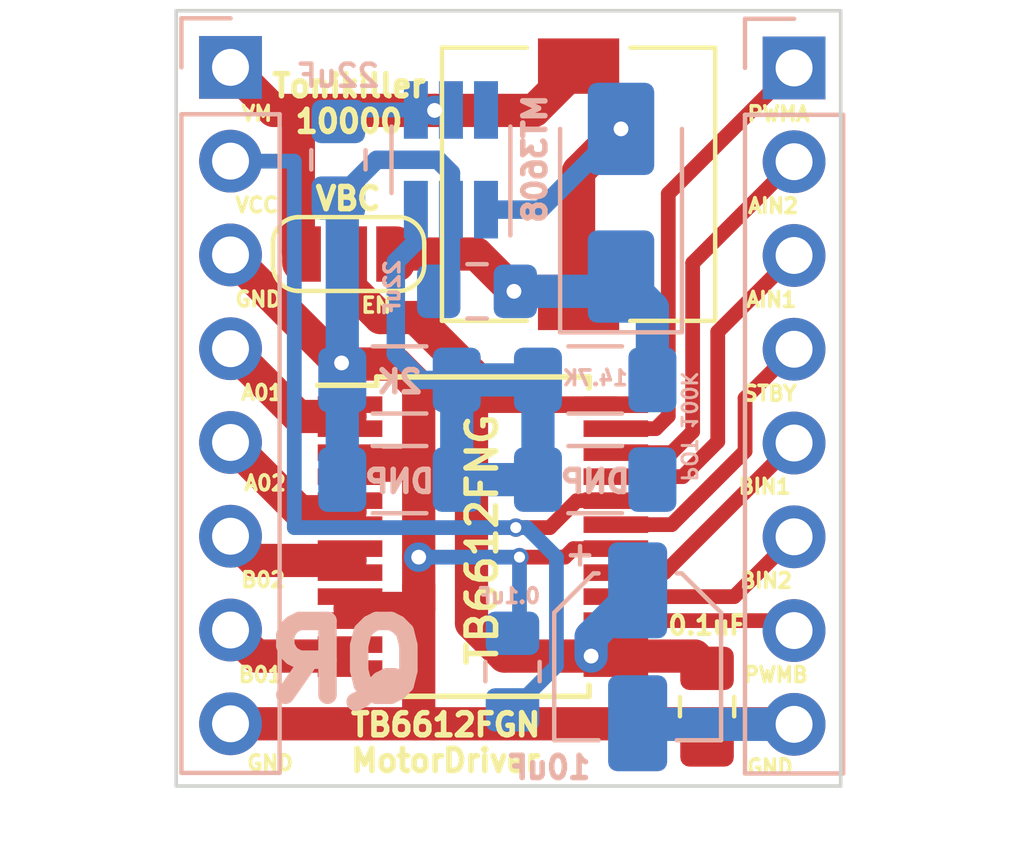
<source format=kicad_pcb>
(kicad_pcb (version 20221018) (generator pcbnew)
  (layers (0 "F.Cu" signal) (31 "B.Cu" signal) (34 "B.Paste" user) (35 "F.Paste" user) (36 "B.SilkS" user "B.Silkscreen") (37 "F.SilkS" user "F.Silkscreen") (38 "B.Mask" user) (39 "F.Mask" user) (44 "Edge.Cuts" user))
  (net 0 "")
  (net 1 "/VM1")
  (net 2 "GND")
  (net 3 "/VM2")
  (net 4 "Net-(JP1-C)")
  (net 5 "/VCC")
  (net 6 "Net-(D1-A)")
  (net 7 "/A01")
  (net 8 "/A02")
  (net 9 "/B02")
  (net 10 "/B01")
  (net 11 "/PWMA")
  (net 12 "/AIN2")
  (net 13 "/AIN1")
  (net 14 "/STBY")
  (net 15 "/BIN1")
  (net 16 "/BIN2")
  (net 17 "/PWMB")
  (net 18 "Net-(U1-FB)")
  (footprint "Package_SO:SSOP-24_5.3x8.2mm_P0.65mm" (layer "F.Cu") (at 54.41 62.645)
    (fp_text reference "U2" hide)
    (fp_text value "TB6612FNG" (at -0.02 0.08 90) (layer "F.SilkS") (effects (font (size 0.8 0.8))))
    (fp_line (start -2.875 -4.325) (end -2.875 -4.1) (stroke (width 0.15)) (layer "F.SilkS"))
    (fp_line (start -2.875 -4.325) (end 2.875 -4.325) (stroke (width 0.15)) (layer "F.SilkS"))
    (fp_line (start -2.875 -4.1) (end -4.475 -4.1) (stroke (width 0.15)) (layer "F.SilkS"))
    (fp_line (start -2.875 4.325) (end -2.875 4.025) (stroke (width 0.15)) (layer "F.SilkS"))
    (fp_line (start -2.875 4.325) (end 2.875 4.325) (stroke (width 0.15)) (layer "F.SilkS"))
    (fp_line (start 2.875 -4.325) (end 2.875 -4.025) (stroke (width 0.15)) (layer "F.SilkS"))
    (fp_line (start 2.875 4.325) (end 2.875 4.025) (stroke (width 0.15)) (layer "F.SilkS"))
    (pad "1" smd rect (at -3.6 -3.575) (size 1.75 0.45) (layers "F.Cu" "F.Paste" "F.Mask") (net 7 "/A01"))
    (pad "2" smd rect (at -3.6 -2.925) (size 1.75 0.45) (layers "F.Cu" "F.Paste" "F.Mask") (net 7 "/A01"))
    (pad "3" smd rect (at -3.6 -2.275) (size 1.75 0.45) (layers "F.Cu" "F.Paste" "F.Mask") (net 2 "GND"))
    (pad "4" smd rect (at -3.6 -1.625) (size 1.75 0.45) (layers "F.Cu" "F.Paste" "F.Mask") (net 2 "GND"))
    (pad "5" smd rect (at -3.6 -0.975) (size 1.75 0.45) (layers "F.Cu" "F.Paste" "F.Mask") (net 8 "/A02"))
    (pad "6" smd rect (at -3.6 -0.325) (size 1.75 0.45) (layers "F.Cu" "F.Paste" "F.Mask") (net 8 "/A02"))
    (pad "7" smd rect (at -3.6 0.325) (size 1.75 0.45) (layers "F.Cu" "F.Paste" "F.Mask") (net 9 "/B02"))
    (pad "8" smd rect (at -3.6 0.975) (size 1.75 0.45) (layers "F.Cu" "F.Paste" "F.Mask") (net 9 "/B02"))
    (pad "9" smd rect (at -3.6 1.625) (size 1.75 0.45) (layers "F.Cu" "F.Paste" "F.Mask") (net 2 "GND"))
    (pad "10" smd rect (at -3.6 2.275) (size 1.75 0.45) (layers "F.Cu" "F.Paste" "F.Mask") (net 2 "GND"))
    (pad "11" smd rect (at -3.6 2.925) (size 1.75 0.45) (layers "F.Cu" "F.Paste" "F.Mask") (net 10 "/B01"))
    (pad "12" smd rect (at -3.6 3.575) (size 1.75 0.45) (layers "F.Cu" "F.Paste" "F.Mask") (net 10 "/B01"))
    (pad "13" smd rect (at 3.6 3.575) (size 1.75 0.45) (layers "F.Cu" "F.Paste" "F.Mask") (net 4 "Net-(JP1-C)"))
    (pad "14" smd rect (at 3.6 2.925) (size 1.75 0.45) (layers "F.Cu" "F.Paste" "F.Mask") (net 4 "Net-(JP1-C)"))
    (pad "15" smd rect (at 3.6 2.275) (size 1.75 0.45) (layers "F.Cu" "F.Paste" "F.Mask") (net 17 "/PWMB"))
    (pad "16" smd rect (at 3.6 1.625) (size 1.75 0.45) (layers "F.Cu" "F.Paste" "F.Mask") (net 16 "/BIN2"))
    (pad "17" smd rect (at 3.6 0.975) (size 1.75 0.45) (layers "F.Cu" "F.Paste" "F.Mask") (net 15 "/BIN1"))
    (pad "18" smd rect (at 3.6 0.325) (size 1.75 0.45) (layers "F.Cu" "F.Paste" "F.Mask") (net 2 "GND"))
    (pad "19" smd rect (at 3.6 -0.325) (size 1.75 0.45) (layers "F.Cu" "F.Paste" "F.Mask") (net 14 "/STBY"))
    (pad "20" smd rect (at 3.6 -0.975) (size 1.75 0.45) (layers "F.Cu" "F.Paste" "F.Mask") (net 5 "/VCC"))
    (pad "21" smd rect (at 3.6 -1.625) (size 1.75 0.45) (layers "F.Cu" "F.Paste" "F.Mask") (net 13 "/AIN1"))
    (pad "22" smd rect (at 3.6 -2.275) (size 1.75 0.45) (layers "F.Cu" "F.Paste" "F.Mask") (net 12 "/AIN2"))
    (pad "23" smd rect (at 3.6 -2.925) (size 1.75 0.45) (layers "F.Cu" "F.Paste" "F.Mask") (net 11 "/PWMA"))
    (pad "24" smd rect (at 3.6 -3.575) (size 1.75 0.45) (layers "F.Cu" "F.Paste" "F.Mask") (net 4 "Net-(JP1-C)"))
  )
  (footprint "Inductor_SMD:L_7.3x7.3_H4.5" (layer "F.Cu") (at 57 53.1 -90)
    (fp_text reference "L1" hide)
    (fp_text value "22uH")
    (fp_line (start -3.7 -3.7) (end 3.7 -3.7) (stroke (width 0.12)) (layer "F.SilkS"))
    (fp_line (start -3.7 -1.4) (end -3.7 -3.7) (stroke (width 0.12)) (layer "F.SilkS"))
    (fp_line (start -3.7 3.7) (end -3.7 1.4) (stroke (width 0.12)) (layer "F.SilkS"))
    (fp_line (start 3.7 -3.7) (end 3.7 -1.4) (stroke (width 0.12)) (layer "F.SilkS"))
    (fp_line (start 3.7 1.4) (end 3.7 3.7) (stroke (width 0.12)) (layer "F.SilkS"))
    (fp_line (start 3.7 3.7) (end -3.7 3.7) (stroke (width 0.12)) (layer "F.SilkS"))
    (pad "1" smd rect (at -3.2 0 270) (size 1.5 2.2) (layers "F.Cu" "F.Paste" "F.Mask") (net 1 "/VM1"))
    (pad "2" smd rect (at 3.2 0 270) (size 1.5 2.2) (layers "F.Cu" "F.Paste" "F.Mask") (net 6 "Net-(D1-A)"))
  )
  (footprint "Jumper:SolderJumper-3_P1.3mm_Open_RoundedPad1.0x1.5mm_NumberLabels" (layer "F.Cu") (at 50.77 54.99 180)
    (fp_text reference "JP1" hide)
    (fp_text value "VBC" (at 0.01 1.5 180) (layer "F.SilkS") (effects (font (size 0.6 0.6))))
    (fp_text user "EN" (at -0.75 -1.39 180) (layer "F.SilkS") (effects (font (size 0.4 0.4) (thickness 0.1))))
    (fp_line (start -2.05 0.3) (end -2.05 -0.3) (stroke (width 0.12)) (layer "F.SilkS"))
    (fp_line (start -1.4 -1) (end 1.4 -1) (stroke (width 0.12)) (layer "F.SilkS"))
    (fp_line (start 1.4 1) (end -1.4 1) (stroke (width 0.12)) (layer "F.SilkS"))
    (fp_line (start 2.05 -0.3) (end 2.05 0.3) (stroke (width 0.12)) (layer "F.SilkS"))
    (fp_arc (start -2.05 -0.3) (mid -1.844975 -0.794975) (end -1.35 -1) (stroke (width 0.12)) (layer "F.SilkS"))
    (fp_arc (start -1.35 1) (mid -1.844975 0.794975) (end -2.05 0.3) (stroke (width 0.12)) (layer "F.SilkS"))
    (fp_arc (start 1.35 -1) (mid 1.844975 -0.794975) (end 2.05 -0.3) (stroke (width 0.12)) (layer "F.SilkS"))
    (fp_arc (start 2.05 0.3) (mid 1.844975 0.794975) (end 1.35 1) (stroke (width 0.12)) (layer "F.SilkS"))
    (pad "1" smd custom (at -1.3 0 180) (size 1 0.5) (layers "F.Cu" "F.Mask") (net 3 "/VM2") (options (clearance outline) (anchor rect)) (primitives (gr_circle (center 0 0.25) (end 0.5 0.25) (width 0) (fill yes)) (gr_circle (center 0 -0.25) (end 0.5 -0.25) (width 0) (fill yes)) (gr_poly (pts (xy 0.55 0.75) (xy 0 0.75) (xy 0 -0.75) (xy 0.55 -0.75)) (width 0) (fill yes))))
    (pad "2" smd rect (at 0 0 180) (size 1 1.5) (layers "F.Cu" "F.Mask") (net 4 "Net-(JP1-C)"))
    (pad "3" smd custom (at 1.3 0 180) (size 1 0.5) (layers "F.Cu" "F.Mask") (net 1 "/VM1") (options (clearance outline) (anchor rect)) (primitives (gr_circle (center 0 0.25) (end 0.5 0.25) (width 0) (fill yes)) (gr_circle (center 0 -0.25) (end 0.5 -0.25) (width 0) (fill yes)) (gr_poly (pts (xy 0 0.75) (xy -0.55 0.75) (xy -0.55 -0.75) (xy 0 -0.75)) (width 0) (fill yes))))
  )
  (footprint "Capacitor_SMD:C_0805_2012Metric_Pad1.18x1.45mm_HandSolder" (layer "F.Cu") (at 60.48 67.25 -90)
    (fp_text reference "C5" hide)
    (fp_text value "0.1uF" (at -2.2 0) (layer "F.SilkS") (effects (font (size 0.5 0.5) (thickness 0.12) bold)))
    (fp_line (start -0.261252 -0.735) (end 0.261252 -0.735) (stroke (width 0.12)) (layer "F.SilkS"))
    (fp_line (start -0.261252 0.735) (end 0.261252 0.735) (stroke (width 0.12)) (layer "F.SilkS"))
    (pad "1" smd roundrect (at -1.0375 0 270) (size 1.175 1.45) (layers "F.Cu" "F.Paste" "F.Mask") (roundrect_rratio 0.212766) (net 4 "Net-(JP1-C)"))
    (pad "2" smd roundrect (at 1.0375 0 270) (size 1.175 1.45) (layers "F.Cu" "F.Paste" "F.Mask") (roundrect_rratio 0.212766) (net 2 "GND"))
  )
  (footprint "Resistor_SMD:R_1206_3216Metric_Pad1.30x1.75mm_HandSolder" (layer "B.Cu") (at 57.45 61.1 180)
    (fp_text reference "R4" hide)
    (fp_text value "DNP" (at 0 -0.0508) (layer "B.SilkS") (effects (font (size 0.6 0.6) (thickness 0.15) bold) (justify mirror)))
    (fp_line (start -0.727064 -0.91) (end 0.727064 -0.91) (stroke (width 0.12)) (layer "B.SilkS"))
    (fp_line (start -0.727064 0.91) (end 0.727064 0.91) (stroke (width 0.12)) (layer "B.SilkS"))
    (pad "1" smd roundrect (at -1.55 0 180) (size 1.3 1.75) (layers "B.Cu" "B.Paste" "B.Mask") (roundrect_rratio 0.192308))
    (pad "2" smd roundrect (at 1.55 0 180) (size 1.3 1.75) (layers "B.Cu" "B.Paste" "B.Mask") (roundrect_rratio 0.192308) (net 18 "Net-(U1-FB)"))
  )
  (footprint "Resistor_SMD:R_1206_3216Metric_Pad1.30x1.75mm_HandSolder" (layer "B.Cu") (at 52.15 61.1 180)
    (fp_text reference "R3" hide)
    (fp_text value "DNP" (at 0 -0.0508) (layer "B.SilkS") (effects (font (size 0.6 0.6) (thickness 0.15) bold) (justify mirror)))
    (fp_line (start -0.727064 -0.91) (end 0.727064 -0.91) (stroke (width 0.12)) (layer "B.SilkS"))
    (fp_line (start -0.727064 0.91) (end 0.727064 0.91) (stroke (width 0.12)) (layer "B.SilkS"))
    (pad "1" smd roundrect (at -1.55 0 180) (size 1.3 1.75) (layers "B.Cu" "B.Paste" "B.Mask") (roundrect_rratio 0.192308) (net 18 "Net-(U1-FB)"))
    (pad "2" smd roundrect (at 1.55 0 180) (size 1.3 1.75) (layers "B.Cu" "B.Paste" "B.Mask") (roundrect_rratio 0.192308) (net 2 "GND"))
  )
  (footprint "Capacitor_SMD:C_0805_2012Metric_Pad1.18x1.45mm_HandSolder" (layer "B.Cu") (at 54.25 56 180)
    (fp_text reference "C2" hide)
    (fp_text value "22uF" (at 2.3 0.1 90) (layer "B.SilkS") (effects (font (size 0.4 0.4) (thickness 0.1) bold) (justify mirror)))
    (fp_line (start -0.261252 -0.735) (end 0.261252 -0.735) (stroke (width 0.12)) (layer "B.SilkS"))
    (fp_line (start -0.261252 0.735) (end 0.261252 0.735) (stroke (width 0.12)) (layer "B.SilkS"))
    (pad "1" smd roundrect (at -1.0375 0 180) (size 1.175 1.45) (layers "B.Cu" "B.Paste" "B.Mask") (roundrect_rratio 0.212766) (net 3 "/VM2"))
    (pad "2" smd roundrect (at 1.0375 0 180) (size 1.175 1.45) (layers "B.Cu" "B.Paste" "B.Mask") (roundrect_rratio 0.212766) (net 2 "GND"))
  )
  (footprint "Capacitor_SMD:C_0805_2012Metric_Pad1.18x1.45mm_HandSolder" (layer "B.Cu") (at 55.21 66.3 -90)
    (fp_text reference "C4" hide)
    (fp_text value "0.1uF" (at -2.05 0.09) (layer "B.SilkS") (effects (font (size 0.4 0.4) (thickness 0.1) bold) (justify mirror)))
    (fp_line (start -0.261252 -0.735) (end 0.261252 -0.735) (stroke (width 0.12)) (layer "B.SilkS"))
    (fp_line (start -0.261252 0.735) (end 0.261252 0.735) (stroke (width 0.12)) (layer "B.SilkS"))
    (pad "1" smd roundrect (at -1.0375 0 270) (size 1.175 1.45) (layers "B.Cu" "B.Paste" "B.Mask") (roundrect_rratio 0.212766) (net 2 "GND"))
    (pad "2" smd roundrect (at 1.0375 0 270) (size 1.175 1.45) (layers "B.Cu" "B.Paste" "B.Mask") (roundrect_rratio 0.212766) (net 5 "/VCC"))
  )
  (footprint "Connector_PinSocket_2.54mm:PinSocket_1x08_P2.54mm_Vertical" (layer "B.Cu") (at 47.5724 49.934 180)
    (fp_text reference "J1" hide)
    (fp_text value "Conn_01x08_Pin")
    (fp_line (start -1.33 -19.11) (end 1.33 -19.11) (stroke (width 0.12)) (layer "B.SilkS"))
    (fp_line (start -1.33 -1.27) (end -1.33 -19.11) (stroke (width 0.12)) (layer "B.SilkS"))
    (fp_line (start -1.33 -1.27) (end 1.33 -1.27) (stroke (width 0.12)) (layer "B.SilkS"))
    (fp_line (start 0 1.33) (end 1.33 1.33) (stroke (width 0.12)) (layer "B.SilkS"))
    (fp_line (start 1.33 -1.27) (end 1.33 -19.11) (stroke (width 0.12)) (layer "B.SilkS"))
    (fp_line (start 1.33 1.33) (end 1.33 0) (stroke (width 0.12)) (layer "B.SilkS"))
    (pad "1" thru_hole rect (at 0 0 180) (size 1.7 1.7) (drill 1) (layers "*.Cu" "*.Mask") (net 1 "/VM1"))
    (pad "2" thru_hole oval (at 0 -2.54 180) (size 1.7 1.7) (drill 1) (layers "*.Cu" "*.Mask") (net 5 "/VCC"))
    (pad "3" thru_hole oval (at 0 -5.08 180) (size 1.7 1.7) (drill 1) (layers "*.Cu" "*.Mask") (net 2 "GND"))
    (pad "4" thru_hole oval (at 0 -7.62 180) (size 1.7 1.7) (drill 1) (layers "*.Cu" "*.Mask") (net 7 "/A01"))
    (pad "5" thru_hole oval (at 0 -10.16 180) (size 1.7 1.7) (drill 1) (layers "*.Cu" "*.Mask") (net 8 "/A02"))
    (pad "6" thru_hole oval (at 0 -12.7 180) (size 1.7 1.7) (drill 1) (layers "*.Cu" "*.Mask") (net 9 "/B02"))
    (pad "7" thru_hole oval (at 0 -15.24 180) (size 1.7 1.7) (drill 1) (layers "*.Cu" "*.Mask") (net 10 "/B01"))
    (pad "8" thru_hole oval (at 0 -17.78 180) (size 1.7 1.7) (drill 1) (layers "*.Cu" "*.Mask") (net 2 "GND"))
  )
  (footprint "Diode_SMD:D_SMA" (layer "B.Cu") (at 58.15 53.6 90)
    (fp_text reference "D1" hide)
    (fp_text value "SS34_C183891" hide)
    (fp_line (start -3.51 -1.65) (end 2 -1.65) (stroke (width 0.12)) (layer "B.SilkS"))
    (fp_line (start -3.51 1.65) (end -3.51 -1.65) (stroke (width 0.12)) (layer "B.SilkS"))
    (fp_line (start -3.51 1.65) (end 2 1.65) (stroke (width 0.12)) (layer "B.SilkS"))
    (pad "1" smd roundrect (at -2 0 90) (size 2.5 1.8) (layers "B.Cu" "B.Paste" "B.Mask") (roundrect_rratio 0.1388888889) (net 3 "/VM2"))
    (pad "2" smd roundrect (at 2 0 90) (size 2.5 1.8) (layers "B.Cu" "B.Paste" "B.Mask") (roundrect_rratio 0.1388888889) (net 6 "Net-(D1-A)"))
  )
  (footprint "Capacitor_SMD:CP_Elec_4x5.4" (layer "B.Cu") (at 58.6 65.9 -90)
    (fp_text reference "C3" hide)
    (fp_text value "10uF" (at 3 2.4) (layer "B.SilkS") (effects (font (size 0.6 0.6)) (justify mirror)))
    (fp_line (start -3 1.56) (end -2.5 1.56) (stroke (width 0.12)) (layer "B.SilkS"))
    (fp_line (start -2.75 1.81) (end -2.75 1.31) (stroke (width 0.12)) (layer "B.SilkS"))
    (fp_line (start -2.26 -1.195563) (end -2.26 -1.06) (stroke (width 0.12)) (layer "B.SilkS"))
    (fp_line (start -2.26 -1.195563) (end -1.195563 -2.26) (stroke (width 0.12)) (layer "B.SilkS"))
    (fp_line (start -2.26 1.195563) (end -2.26 1.06) (stroke (width 0.12)) (layer "B.SilkS"))
    (fp_line (start -2.26 1.195563) (end -1.195563 2.26) (stroke (width 0.12)) (layer "B.SilkS"))
    (fp_line (start -1.195563 -2.26) (end 2.26 -2.26) (stroke (width 0.12)) (layer "B.SilkS"))
    (fp_line (start -1.195563 2.26) (end 2.26 2.26) (stroke (width 0.12)) (layer "B.SilkS"))
    (fp_line (start 2.26 -2.26) (end 2.26 -1.06) (stroke (width 0.12)) (layer "B.SilkS"))
    (fp_line (start 2.26 2.26) (end 2.26 1.06) (stroke (width 0.12)) (layer "B.SilkS"))
    (pad "1" smd roundrect (at -1.8 0 270) (size 2.6 1.6) (layers "B.Cu" "B.Paste" "B.Mask") (roundrect_rratio 0.15625) (net 4 "Net-(JP1-C)"))
    (pad "2" smd roundrect (at 1.8 0 270) (size 2.6 1.6) (layers "B.Cu" "B.Paste" "B.Mask") (roundrect_rratio 0.15625) (net 2 "GND"))
  )
  (footprint "Resistor_SMD:R_1206_3216Metric_Pad1.30x1.75mm_HandSolder" (layer "B.Cu") (at 52.15 58.4 180)
    (fp_text reference "R2" hide)
    (fp_text value "2K" (at 0 -0.0508) (layer "B.SilkS") (effects (font (size 0.6 0.6) (thickness 0.15) bold) (justify mirror)))
    (fp_line (start -0.727064 -0.91) (end 0.727064 -0.91) (stroke (width 0.12)) (layer "B.SilkS"))
    (fp_line (start -0.727064 0.91) (end 0.727064 0.91) (stroke (width 0.12)) (layer "B.SilkS"))
    (pad "1" smd roundrect (at -1.55 0 180) (size 1.3 1.75) (layers "B.Cu" "B.Paste" "B.Mask") (roundrect_rratio 0.192308) (net 18 "Net-(U1-FB)"))
    (pad "2" smd roundrect (at 1.55 0 180) (size 1.3 1.75) (layers "B.Cu" "B.Paste" "B.Mask") (roundrect_rratio 0.192308) (net 2 "GND"))
  )
  (footprint "Capacitor_SMD:C_0805_2012Metric_Pad1.18x1.45mm_HandSolder" (layer "B.Cu") (at 50.4948 52.4376 -90)
    (fp_text reference "C1" hide)
    (fp_text value "22uF" (at -2.2776 0.0048 -180) (layer "B.SilkS") (effects (font (size 0.6 0.6) (thickness 0.12) bold) (justify mirror)))
    (fp_line (start -0.261252 -0.735) (end 0.261252 -0.735) (stroke (width 0.12)) (layer "B.SilkS"))
    (fp_line (start -0.261252 0.735) (end 0.261252 0.735) (stroke (width 0.12)) (layer "B.SilkS"))
    (pad "1" smd roundrect (at -1.0375 0 270) (size 1.175 1.45) (layers "B.Cu" "B.Paste" "B.Mask") (roundrect_rratio 0.212766) (net 1 "/VM1"))
    (pad "2" smd roundrect (at 1.0375 0 270) (size 1.175 1.45) (layers "B.Cu" "B.Paste" "B.Mask") (roundrect_rratio 0.212766) (net 2 "GND"))
  )
  (footprint "Package_TO_SOT_SMD:SOT-23-6_Handsoldering" (layer "B.Cu") (at 53.5428 52.4376 90)
    (fp_text reference "U1" hide)
    (fp_text value "MT3608" (at 0.025 2.275 90) (layer "B.SilkS") (effects (font (size 0.6 0.6) (thickness 0.15) bold) (justify mirror)))
    (fp_line (start -0.9 -1.61) (end 0.9 -1.61) (stroke (width 0.12)) (layer "B.SilkS"))
    (fp_line (start 0.9 1.61) (end -2.05 1.61) (stroke (width 0.12)) (layer "B.SilkS"))
    (pad "1" smd rect (at -1.35 0.95 90) (size 1.56 0.65) (layers "B.Cu" "B.Paste" "B.Mask") (net 6 "Net-(D1-A)"))
    (pad "2" smd rect (at -1.35 0 90) (size 1.56 0.65) (layers "B.Cu" "B.Paste" "B.Mask") (net 2 "GND"))
    (pad "3" smd rect (at -1.35 -0.95 90) (size 1.56 0.65) (layers "B.Cu" "B.Paste" "B.Mask") (net 18 "Net-(U1-FB)"))
    (pad "4" smd rect (at 1.35 -0.95 90) (size 1.56 0.65) (layers "B.Cu" "B.Paste" "B.Mask") (net 1 "/VM1"))
    (pad "5" smd rect (at 1.35 0 90) (size 1.56 0.65) (layers "B.Cu" "B.Paste" "B.Mask") (net 1 "/VM1"))
    (pad "6" smd rect (at 1.35 0.95 90) (size 1.56 0.65) (layers "B.Cu" "B.Paste" "B.Mask"))
  )
  (footprint "Resistor_SMD:R_1206_3216Metric_Pad1.30x1.75mm_HandSolder" (layer "B.Cu") (at 57.45 58.4)
    (fp_text reference "R1" hide)
    (fp_text value "14.7K" (at 0 -0.0508) (layer "B.SilkS") (effects (font (size 0.4 0.4) (thickness 0.1) bold) (justify mirror)))
    (fp_line (start -0.727064 -0.91) (end 0.727064 -0.91) (stroke (width 0.12)) (layer "B.SilkS"))
    (fp_line (start -0.727064 0.91) (end 0.727064 0.91) (stroke (width 0.12)) (layer "B.SilkS"))
    (pad "1" smd roundrect (at -1.55 0) (size 1.3 1.75) (layers "B.Cu" "B.Paste" "B.Mask") (roundrect_rratio 0.192308) (net 18 "Net-(U1-FB)"))
    (pad "2" smd roundrect (at 1.55 0) (size 1.3 1.75) (layers "B.Cu" "B.Paste" "B.Mask") (roundrect_rratio 0.192308) (net 3 "/VM2"))
  )
  (footprint "Connector_PinSocket_2.54mm:PinSocket_1x08_P2.54mm_Vertical" (layer "B.Cu") (at 62.8374 49.949 180)
    (fp_text reference "J2" hide)
    (fp_text value "Conn_01x08_Pin")
    (fp_line (start -1.33 -19.11) (end 1.33 -19.11) (stroke (width 0.12)) (layer "B.SilkS"))
    (fp_line (start -1.33 -1.27) (end -1.33 -19.11) (stroke (width 0.12)) (layer "B.SilkS"))
    (fp_line (start -1.33 -1.27) (end 1.33 -1.27) (stroke (width 0.12)) (layer "B.SilkS"))
    (fp_line (start 0 1.33) (end 1.33 1.33) (stroke (width 0.12)) (layer "B.SilkS"))
    (fp_line (start 1.33 -1.27) (end 1.33 -19.11) (stroke (width 0.12)) (layer "B.SilkS"))
    (fp_line (start 1.33 1.33) (end 1.33 0) (stroke (width 0.12)) (layer "B.SilkS"))
    (pad "1" thru_hole rect (at 0 0 180) (size 1.7 1.7) (drill 1) (layers "*.Cu" "*.Mask") (net 11 "/PWMA"))
    (pad "2" thru_hole oval (at 0 -2.54 180) (size 1.7 1.7) (drill 1) (layers "*.Cu" "*.Mask") (net 12 "/AIN2"))
    (pad "3" thru_hole oval (at 0 -5.08 180) (size 1.7 1.7) (drill 1) (layers "*.Cu" "*.Mask") (net 13 "/AIN1"))
    (pad "4" thru_hole oval (at 0 -7.62 180) (size 1.7 1.7) (drill 1) (layers "*.Cu" "*.Mask") (net 14 "/STBY"))
    (pad "5" thru_hole oval (at 0 -10.16 180) (size 1.7 1.7) (drill 1) (layers "*.Cu" "*.Mask") (net 15 "/BIN1"))
    (pad "6" thru_hole oval (at 0 -12.7 180) (size 1.7 1.7) (drill 1) (layers "*.Cu" "*.Mask") (net 16 "/BIN2"))
    (pad "7" thru_hole oval (at 0 -15.24 180) (size 1.7 1.7) (drill 1) (layers "*.Cu" "*.Mask") (net 17 "/PWMB"))
    (pad "8" thru_hole oval (at 0 -17.78 180) (size 1.7 1.7) (drill 1) (layers "*.Cu" "*.Mask") (net 2 "GND"))
  )
  (gr_rect (start 46.1 48.4) (end 64.1 69.4) (stroke (width 0.1)) (fill none) (layer "Edge.Cuts"))
  (gr_text "POT 100K" (at 59.75 61.2 -90) (layer "B.SilkS") (effects (font (size 0.4 0.4) (thickness 0.08) bold) (justify left bottom mirror)))
  (gr_text "QR" (at 53.1 67.2) (layer "B.SilkS") (effects (font (size 2 2) (thickness 0.5) bold) (justify left bottom mirror)))
  (gr_text "STBY\n" (at 61.4 59) (layer "F.SilkS") (effects (font (size 0.4 0.4) (thickness 0.1) bold) (justify left bottom)))
  (gr_text "PWMB\n" (at 61.42 66.62) (layer "F.SilkS") (effects (font (size 0.4 0.4) (thickness 0.1) bold) (justify left bottom)))
  (gr_text "GND" (at 61.51 69.12) (layer "F.SilkS") (effects (font (size 0.4 0.4) (thickness 0.1) bold) (justify left bottom)))
  (gr_text "BIN1" (at 61.28 61.52) (layer "F.SilkS") (effects (font (size 0.4 0.4) (thickness 0.1) bold) (justify left bottom)))
  (gr_text "AIN1" (at 61.49 56.46) (layer "F.SilkS") (effects (font (size 0.4 0.4) (thickness 0.1) bold) (justify left bottom)))
  (gr_text "VM" (at 47.82 51.42) (layer "F.SilkS") (effects (font (size 0.4 0.4) (thickness 0.1) bold) (justify left bottom)))
  (gr_text "VCC" (at 47.65 53.9) (layer "F.SilkS") (effects (font (size 0.4 0.4) (thickness 0.1) bold) (justify left bottom)))
  (gr_text "B02" (at 47.81 64.05) (layer "F.SilkS") (effects (font (size 0.4 0.4) (thickness 0.1) bold) (justify left bottom)))
  (gr_text "PWMA\n" (at 61.52 51.43) (layer "F.SilkS") (effects (font (size 0.4 0.4) (thickness 0.1) bold) (justify left bottom)))
  (gr_text "A02" (at 47.89 61.43) (layer "F.SilkS") (effects (font (size 0.4 0.4) (thickness 0.1) bold) (justify left bottom)))
  (gr_text "GND" (at 47.97 69.01) (layer "F.SilkS") (effects (font (size 0.4 0.4) (thickness 0.1) bold) (justify left bottom)))
  (gr_text "A01\n" (at 47.81 58.98) (layer "F.SilkS") (effects (font (size 0.4 0.4) (thickness 0.1) bold) (justify left bottom)))
  (gr_text "Tonikiller\n10000" (at 50.78 51.75) (layer "F.SilkS") (effects (font (size 0.6 0.6) (thickness 0.15) bold) (justify bottom)))
  (gr_text "BIN2\n" (at 61.32 64.07) (layer "F.SilkS") (effects (font (size 0.4 0.4) (thickness 0.1) bold) (justify left bottom)))
  (gr_text "TB6612FGN \nMotorDriver" (at 50.76 69.06) (layer "F.SilkS") (effects (font (size 0.6 0.6) (thickness 0.15) bold) (justify left bottom)))
  (gr_text "B01" (at 47.74 66.62) (layer "F.SilkS") (effects (font (size 0.4 0.4) (thickness 0.1) bold) (justify left bottom)))
  (gr_text "GND" (at 47.65 56.45) (layer "F.SilkS") (effects (font (size 0.4 0.4) (thickness 0.1) bold) (justify left bottom)))
  (gr_text "AIN2\n" (at 61.54 53.92) (layer "F.SilkS") (effects (font (size 0.4 0.4) (thickness 0.1) bold) (justify left bottom)))
  (segment (start 55.8 51.1) (end 57 49.9) (width 0.9) (layer "F.Cu") (net 1))
  (segment (start 50.95 51.1) (end 51.71 51.1) (width 0.9) (layer "F.Cu") (net 1))
  (segment (start 49.41 51.1) (end 50.95 51.1) (width 0.9) (layer "F.Cu") (net 1))
  (segment (start 48.7384 51.1) (end 49.41 51.1) (width 0.9) (layer "F.Cu") (net 1))
  (segment (start 49.41 54.93) (end 49.41 51.1) (width 0.9) (layer "F.Cu") (net 1))
  (segment (start 49.47 54.99) (end 49.41 54.93) (width 0.9) (layer "F.Cu") (net 1))
  (segment (start 51.71 51.1) (end 53.1 51.1) (width 0.9) (layer "F.Cu") (net 1))
  (segment (start 53.1 51.1) (end 55.8 51.1) (width 0.9) (layer "F.Cu") (net 1))
  (segment (start 47.5724 49.934) (end 48.7384 51.1) (width 0.9) (layer "F.Cu") (net 1))
  (via (at 53.1 51.1) (size 0.8) (drill 0.4) (layers "F.Cu" "B.Cu") (net 1))
  (segment (start 53.1124 51.0876) (end 53.1 51.1) (width 0.4) (layer "B.Cu") (net 1))
  (segment (start 53.1 51.1) (end 53.0876 51.0876) (width 0.4) (layer "B.Cu") (net 1))
  (segment (start 52.5928 51.0876) (end 50.8073 51.0876) (width 0.4) (layer "B.Cu") (net 1))
  (segment (start 53.0876 51.0876) (end 52.5928 51.0876) (width 0.4) (layer "B.Cu") (net 1))
  (segment (start 53.15 51.0876) (end 53.1124 51.0876) (width 0.4) (layer "B.Cu") (net 1))
  (segment (start 50.8073 51.0876) (end 50.4948 51.4001) (width 0.4) (layer "B.Cu") (net 1))
  (segment (start 53.5428 51.0876) (end 53.15 51.0876) (width 0.4) (layer "B.Cu") (net 1))
  (segment (start 52.67 63.99) (end 52.67 64.59) (width 0.9) (layer "F.Cu") (net 2))
  (segment (start 52.67 63.2) (end 52.67 63.99) (width 0.9) (layer "F.Cu") (net 2))
  (segment (start 52.67 67.644) (end 52.6 67.714) (width 0.9) (layer "F.Cu") (net 2))
  (segment (start 52.67 58.58) (end 52.67 60.71) (width 0.9) (layer "F.Cu") (net 2))
  (segment (start 52.06 57.97) (end 50.5284 57.97) (width 0.9) (layer "F.Cu") (net 2))
  (segment (start 50.81 64.27) (end 50.81 64.59) (width 0.25) (layer "F.Cu") (net 2))
  (segment (start 58.7 67.714) (end 62.8224 67.714) (width 0.9) (layer "F.Cu") (net 2))
  (segment (start 53.08 67.714) (end 58.7 67.714) (width 0.9) (layer "F.Cu") (net 2))
  (segment (start 56.86 62.97) (end 56.63 63.2) (width 0.4) (layer "F.Cu") (net 2))
  (segment (start 52.06 57.97) (end 52.67 58.58) (width 0.9) (layer "F.Cu") (net 2))
  (segment (start 52.67 60.71) (end 52.67 63.2) (width 0.9) (layer "F.Cu") (net 2))
  (segment (start 52.67 63.99) (end 52.67 67.644) (width 0.9) (layer "F.Cu") (net 2))
  (segment (start 50.81 60.37) (end 50.81 60.71) (width 0.25) (layer "F.Cu") (net 2))
  (segment (start 56.63 63.2) (end 55.4 63.2) (width 0.4) (layer "F.Cu") (net 2))
  (segment (start 50.5284 57.97) (end 47.5724 55.014) (width 0.9) (layer "F.Cu") (net 2))
  (segment (start 52.6 67.714) (end 53.08 67.714) (width 0.9) (layer "F.Cu") (net 2))
  (segment (start 58.01 62.97) (end 56.86 62.97) (width 0.4) (layer "F.Cu") (net 2))
  (segment (start 52.67 64.59) (end 50.81 64.59) (width 0.9) (layer "F.Cu") (net 2))
  (segment (start 62.8224 67.714) (end 62.8374 67.729) (width 0.9) (layer "F.Cu") (net 2))
  (segment (start 47.5724 67.714) (end 52.6 67.714) (width 0.9) (layer "F.Cu") (net 2))
  (segment (start 50.81 60.71) (end 50.81 61.02) (width 0.25) (layer "F.Cu") (net 2))
  (segment (start 50.81 64.59) (end 50.81 64.92) (width 0.25) (layer "F.Cu") (net 2))
  (segment (start 52.67 60.71) (end 50.81 60.71) (width 0.9) (layer "F.Cu") (net 2))
  (via (at 52.67 63.2) (size 0.8) (drill 0.4) (layers "F.Cu" "B.Cu") (net 2))
  (via (at 55.4 63.2) (size 0.5) (drill 0.3) (layers "F.Cu" "B.Cu") (net 2))
  (via (at 50.58 57.94) (size 0.8) (drill 0.4) (layers "F.Cu" "B.Cu") (net 2))
  (segment (start 53.5428 55.6697) (end 53.2125 56) (width 0.5) (layer "B.Cu") (net 2))
  (segment (start 55.4 65.0725) (end 55.21 65.2625) (width 0.4) (layer "B.Cu") (net 2))
  (segment (start 55.4 63.2) (end 55.4 65.0725) (width 0.4) (layer "B.Cu") (net 2))
  (segment (start 62.8374 67.729) (end 58.629 67.729) (width 0.9) (layer "B.Cu") (net 2))
  (segment (start 50.6 53.5803) (end 50.4948 53.4751) (width 0.9) (layer "B.Cu") (net 2))
  (segment (start 50.58 57.94) (end 50.6 57.92) (width 0.9) (layer "B.Cu") (net 2))
  (segment (start 50.6 57.92) (end 50.6 53.5803) (width 0.9) (layer "B.Cu") (net 2))
  (segment (start 53.1872 52.4376) (end 51.5323 52.4376) (width 0.5) (layer "B.Cu") (net 2))
  (segment (start 58.629 67.729) (end 58.6 67.7) (width 0.9) (layer "B.Cu") (net 2))
  (segment (start 51.5323 52.4376) (end 50.4948 53.4751) (width 0.5) (layer "B.Cu") (net 2))
  (segment (start 50.6 58.4) (end 50.6 61.1) (width 0.9) (layer "B.Cu") (net 2))
  (segment (start 50.6 57.96) (end 50.58 57.94) (width 0.9) (layer "B.Cu") (net 2))
  (segment (start 50.6 58.4) (end 50.6 57.96) (width 0.9) (layer "B.Cu") (net 2))
  (segment (start 55.4 63.2) (end 52.67 63.2) (width 0.4) (layer "B.Cu") (net 2))
  (segment (start 53.5428 52.7932) (end 53.1872 52.4376) (width 0.5) (layer "B.Cu") (net 2))
  (segment (start 53.5428 53.7876) (end 53.5428 52.7932) (width 0.5) (layer "B.Cu") (net 2))
  (segment (start 53.5428 53.7876) (end 53.5428 55.6697) (width 0.5) (layer "B.Cu") (net 2))
  (segment (start 55.24 56) (end 55.25 56) (width 0.9) (layer "F.Cu") (net 3))
  (segment (start 54.24 54.99) (end 52.07 54.99) (width 0.9) (layer "F.Cu") (net 3))
  (segment (start 55.25 56) (end 54.24 54.99) (width 0.9) (layer "F.Cu") (net 3))
  (via (at 55.25 56) (size 0.8) (drill 0.4) (layers "F.Cu" "B.Cu") (net 3))
  (segment (start 59 56.45) (end 59 58.4) (width 0.9) (layer "B.Cu") (net 3))
  (segment (start 58.15 55.6) (end 59 56.45) (width 0.9) (layer "B.Cu") (net 3))
  (segment (start 55.2875 56) (end 57.75 56) (width 0.9) (layer "B.Cu") (net 3))
  (segment (start 57.75 56) (end 58.15 55.6) (width 1) (layer "B.Cu") (net 3))
  (segment (start 60.1475 65.88) (end 60.48 66.2125) (width 0.9) (layer "F.Cu") (net 4))
  (segment (start 58.01 59.07) (end 54.1 59.07) (width 0.45) (layer "F.Cu") (net 4))
  (segment (start 54.1 58.23) (end 52.58 56.71) (width 0.9) (layer "F.Cu") (net 4))
  (segment (start 51.63 56.71) (end 50.77 55.85) (width 0.9) (layer "F.Cu") (net 4))
  (segment (start 58.01 65.57) (end 58.01 66.22) (width 0.25) (layer "F.Cu") (net 4))
  (segment (start 50.77 55.85) (end 50.77 54.99) (width 0.9) (layer "F.Cu") (net 4))
  (segment (start 54.1 64.99) (end 54.99 65.88) (width 0.9) (layer "F.Cu") (net 4))
  (segment (start 57.34 65.88) (end 60.1475 65.88) (width 0.9) (layer "F.Cu") (net 4))
  (segment (start 52.58 56.71) (end 51.63 56.71) (width 0.9) (layer "F.Cu") (net 4))
  (segment (start 54.1 59.07) (end 54.1 58.23) (width 0.9) (layer "F.Cu") (net 4))
  (segment (start 54.99 65.88) (end 57.34 65.88) (width 0.9) (layer "F.Cu") (net 4))
  (segment (start 54.1 59.07) (end 54.1 64.99) (width 0.9) (layer "F.Cu") (net 4))
  (via (at 57.34 65.88) (size 0.8) (drill 0.4) (layers "F.Cu" "B.Cu") (net 4))
  (segment (start 57.34 65.36) (end 57.34 65.88) (width 0.9) (layer "B.Cu") (net 4))
  (segment (start 58.6 64.1) (end 57.34 65.36) (width 0.9) (layer "B.Cu") (net 4))
  (segment (start 56.95 61.67) (end 56.22 62.4) (width 0.4) (layer "F.Cu") (net 5))
  (segment (start 56.22 62.4) (end 55.3 62.4) (width 0.4) (layer "F.Cu") (net 5))
  (segment (start 58.01 61.67) (end 56.95 61.67) (width 0.4) (layer "F.Cu") (net 5))
  (via (at 55.3 62.4) (size 0.5) (drill 0.3) (layers "F.Cu" "B.Cu") (net 5))
  (segment (start 49.3 62.4) (end 49.3 52.474) (width 0.4) (layer "B.Cu") (net 5))
  (segment (start 56.4 63.2) (end 56.4 66.1475) (width 0.4) (layer "B.Cu") (net 5))
  (segment (start 55.3 62.4) (end 55.6 62.4) (width 0.4) (layer "B.Cu") (net 5))
  (segment (start 55.3 62.4) (end 49.3 62.4) (width 0.4) (layer "B.Cu") (net 5))
  (segment (start 56.4 66.1475) (end 55.21 67.3375) (width 0.4) (layer "B.Cu") (net 5))
  (segment (start 55.6 62.4) (end 56.4 63.2) (width 0.4) (layer "B.Cu") (net 5))
  (segment (start 49.3 52.474) (end 47.5724 52.474) (width 0.4) (layer "B.Cu") (net 5))
  (segment (start 57 52.75) (end 57 56.3) (width 0.9) (layer "F.Cu") (net 6))
  (segment (start 58.15 51.6) (end 57 52.75) (width 0.9) (layer "F.Cu") (net 6))
  (via (at 58.15 51.6) (size 0.8) (drill 0.4) (layers "F.Cu" "B.Cu") (net 6))
  (segment (start 55.9624 53.7876) (end 54.4928 53.7876) (width 0.5) (layer "B.Cu") (net 6))
  (segment (start 58.15 51.6) (end 55.9624 53.7876) (width 0.5) (layer "B.Cu") (net 6))
  (segment (start 50.81 59.07) (end 50.81 59.39) (width 0.25) (layer "F.Cu") (net 7))
  (segment (start 49.4084 59.39) (end 50.81 59.39) (width 0.9) (layer "F.Cu") (net 7))
  (segment (start 50.81 59.39) (end 50.81 59.72) (width 0.25) (layer "F.Cu") (net 7))
  (segment (start 47.5724 57.554) (end 49.4084 59.39) (width 0.9) (layer "F.Cu") (net 7))
  (segment (start 47.5724 60.094) (end 49.4484 61.97) (width 0.9) (layer "F.Cu") (net 8))
  (segment (start 49.4484 61.97) (end 50.81 61.97) (width 0.9) (layer "F.Cu") (net 8))
  (segment (start 50.81 61.67) (end 50.81 61.97) (width 0.25) (layer "F.Cu") (net 8))
  (segment (start 50.81 61.97) (end 50.81 62.32) (width 0.25) (layer "F.Cu") (net 8))
  (segment (start 47.5724 62.634) (end 48.2284 63.29) (width 0.9) (layer "F.Cu") (net 9))
  (segment (start 50.81 62.97) (end 50.81 63.29) (width 0.25) (layer "F.Cu") (net 9))
  (segment (start 50.81 63.29) (end 50.81 63.62) (width 0.25) (layer "F.Cu") (net 9))
  (segment (start 48.2284 63.29) (end 50.81 63.29) (width 0.9) (layer "F.Cu") (net 9))
  (segment (start 47.5724 65.174) (end 48.2784 65.88) (width 0.9) (layer "F.Cu") (net 10))
  (segment (start 48.2784 65.88) (end 50.81 65.88) (width 0.9) (layer "F.Cu") (net 10))
  (segment (start 50.81 65.57) (end 50.81 65.88) (width 0.25) (layer "F.Cu") (net 10))
  (segment (start 50.81 65.88) (end 50.81 66.22) (width 0.25) (layer "F.Cu") (net 10))
  (segment (start 59.43 53.3564) (end 59.43 59.38) (width 0.4) (layer "F.Cu") (net 11))
  (segment (start 59.09 59.72) (end 58.01 59.72) (width 0.4) (layer "F.Cu") (net 11))
  (segment (start 62.8374 49.949) (end 59.43 53.3564) (width 0.4) (layer "F.Cu") (net 11))
  (segment (start 59.43 59.38) (end 59.09 59.72) (width 0.4) (layer "F.Cu") (net 11))
  (segment (start 60.09 59.8) (end 59.52 60.37) (width 0.4) (layer "F.Cu") (net 12))
  (segment (start 60.09 55.2364) (end 60.09 59.8) (width 0.4) (layer "F.Cu") (net 12))
  (segment (start 59.52 60.37) (end 58.01 60.37) (width 0.4) (layer "F.Cu") (net 12))
  (segment (start 62.8374 52.489) (end 60.09 55.2364) (width 0.4) (layer "F.Cu") (net 12))
  (segment (start 62.8374 55.029) (end 60.77 57.0964) (width 0.4) (layer "F.Cu") (net 13))
  (segment (start 60.77 60.07) (end 59.82 61.02) (width 0.4) (layer "F.Cu") (net 13))
  (segment (start 60.77 57.0964) (end 60.77 60.07) (width 0.4) (layer "F.Cu") (net 13))
  (segment (start 59.82 61.02) (end 58.01 61.02) (width 0.4) (layer "F.Cu") (net 13))
  (segment (start 62.8374 57.569) (end 61.51 58.8964) (width 0.4) (layer "F.Cu") (net 14))
  (segment (start 59.52 62.32) (end 58.01 62.32) (width 0.4) (layer "F.Cu") (net 14))
  (segment (start 61.51 58.8964) (end 61.51 60.33) (width 0.4) (layer "F.Cu") (net 14))
  (segment (start 61.51 60.33) (end 59.52 62.32) (width 0.4) (layer "F.Cu") (net 14))
  (segment (start 59.3264 63.62) (end 58.01 63.62) (width 0.4) (layer "F.Cu") (net 15))
  (segment (start 62.8374 60.109) (end 59.3264 63.62) (width 0.4) (layer "F.Cu") (net 15))
  (segment (start 61.2164 64.27) (end 58.01 64.27) (width 0.4) (layer "F.Cu") (net 16))
  (segment (start 62.8374 62.649) (end 61.2164 64.27) (width 0.4) (layer "F.Cu") (net 16))
  (segment (start 62.8374 65.189) (end 62.5684 64.92) (width 0.4) (layer "F.Cu") (net 17))
  (segment (start 62.5684 64.92) (end 58.01 64.92) (width 0.4) (layer "F.Cu") (net 17))
  (segment (start 52.05 55.2) (end 52.05 57.7) (width 0.5) (layer "B.Cu") (net 18))
  (segment (start 52.05 57.7) (end 52.75 58.4) (width 0.5) (layer "B.Cu") (net 18))
  (segment (start 52.75 58.4) (end 53.7 58.4) (width 0.5) (layer "B.Cu") (net 18))
  (segment (start 52.5928 54.6572) (end 52.05 55.2) (width 0.5) (layer "B.Cu") (net 18))
  (segment (start 55.9 61.1) (end 53.7 61.1) (width 0.9) (layer "B.Cu") (net 18))
  (segment (start 55.9 61.1) (end 55.9 58.4) (width 0.9) (layer "B.Cu") (net 18))
  (segment (start 52.5928 53.7876) (end 52.5928 54.6572) (width 0.5) (layer "B.Cu") (net 18))
  (segment (start 53.7 58.4) (end 53.7 61.1) (width 0.9) (layer "B.Cu") (net 18))
  (segment (start 55.9 58.4) (end 53.7 58.4) (width 0.9) (layer "B.Cu") (net 18))
)
</source>
